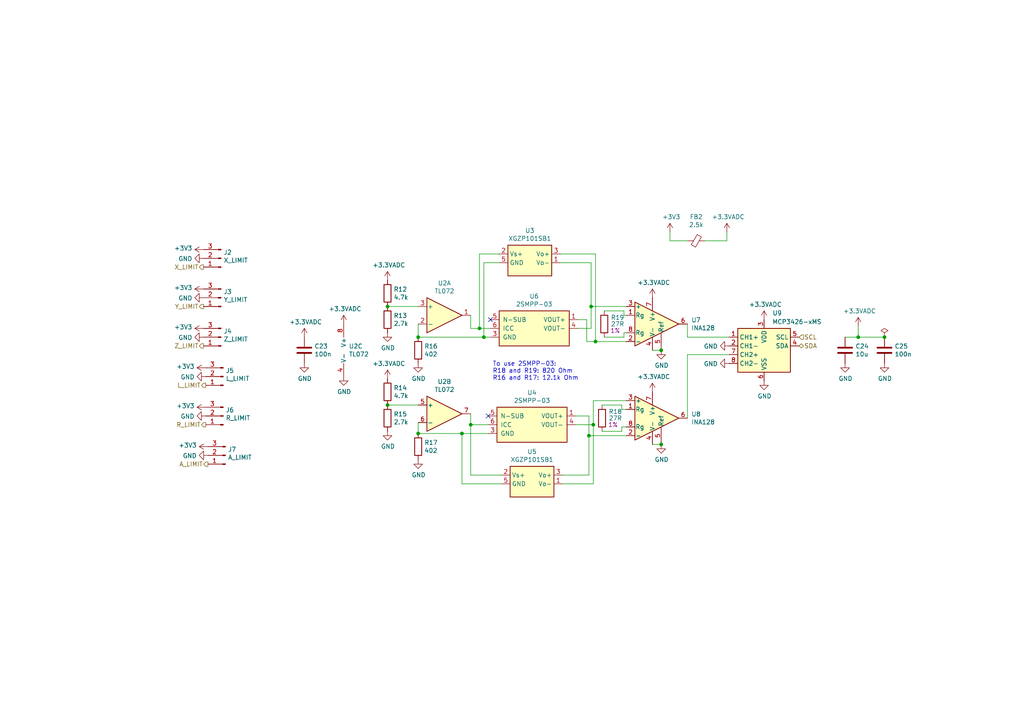
<source format=kicad_sch>
(kicad_sch (version 20211123) (generator eeschema)
  (paper "A4")
  (title_block (title "Index Mobo") (date "2021-02-19") (rev "003"))
  (lib_symbols
    (symbol "Amplifier_Instrumentation:INA128" (pin_names (offset 0.127))
      (property "Reference" "U" (at 3.81 3.175 0))
      (property "Value" "INA128" (at 3.81 -3.175 0))
      (symbol "INA128_0_1"
        (polyline (pts (xy 7.62 0) (xy -5.08 6.35) (xy -5.08 -6.35) (xy 7.62 0)) (stroke (width 0.254)) (fill (type background)))
      )
      (symbol "INA128_1_1"
        (pin passive line (at -7.62 2.54 0) (length 2.54) (name "Rg") (number "1"))
        (pin input line (at -7.62 -5.08 0) (length 2.54) (name "-") (number "2"))
        (pin input line (at -7.62 5.08 0) (length 2.54) (name "+") (number "3"))
        (pin power_in line (at 0 -7.62 90) (length 3.81) (name "V-") (number "4"))
        (pin input line (at 2.54 -7.62 90) (length 5.08) (name "Ref") (number "5"))
        (pin output line (at 10.16 0 180) (length 2.54) (name "~") (number "6"))
        (pin power_in line (at 0 7.62 270) (length 3.81) (name "V+") (number "7"))
        (pin passive line (at -7.62 -2.54 0) (length 2.54) (name "Rg") (number "8"))
      )
    )
    (symbol "Amplifier_Operational:TL072" (pin_names (offset 0.127))
      (property "Reference" "U" (at 0 5.08 0))
      (property "Value" "TL072" (at 0 -5.08 0))
      (symbol "TL072_1_1"
        (polyline (pts (xy -5.08 5.08) (xy 5.08 0) (xy -5.08 -5.08) (xy -5.08 5.08)) (stroke (width 0.254)) (fill (type background)))
        (pin output line (at 7.62 0 180) (length 2.54) (name "~") (number "1"))
        (pin input line (at -7.62 -2.54 0) (length 2.54) (name "-") (number "2"))
        (pin input line (at -7.62 2.54 0) (length 2.54) (name "+") (number "3"))
      )
      (symbol "TL072_2_1"
        (polyline (pts (xy -5.08 5.08) (xy 5.08 0) (xy -5.08 -5.08) (xy -5.08 5.08)) (stroke (width 0.254)) (fill (type background)))
        (pin input line (at -7.62 2.54 0) (length 2.54) (name "+") (number "5"))
        (pin input line (at -7.62 -2.54 0) (length 2.54) (name "-") (number "6"))
        (pin output line (at 7.62 0 180) (length 2.54) (name "~") (number "7"))
      )
      (symbol "TL072_3_1"
        (pin power_in line (at -2.54 -7.62 90) (length 3.81) (name "V-") (number "4"))
        (pin power_in line (at -2.54 7.62 270) (length 3.81) (name "V+") (number "8"))
      )
    )
    (symbol "Analog_ADC:MCP3426-xMS"
      (property "Reference" "U" (at -3.81 8.89 0))
      (property "Value" "MCP3426-xMS" (at 2.54 8.89 0))
      (symbol "MCP3426-xMS_0_1"
        (rectangle (start -7.62 7.62) (end 7.62 -5.08) (stroke (width 0.254)) (fill (type background)))
      )
      (symbol "MCP3426-xMS_1_1"
        (pin input line (at -10.16 5.08 0) (length 2.54) (name "CH1+") (number "1"))
        (pin input line (at -10.16 2.54 0) (length 2.54) (name "CH1-") (number "2"))
        (pin power_in line (at 0 10.16 270) (length 2.54) (name "VDD") (number "3"))
        (pin bidirectional line (at 10.16 2.54 180) (length 2.54) (name "SDA") (number "4"))
        (pin input line (at 10.16 5.08 180) (length 2.54) (name "SCL") (number "5"))
        (pin power_in line (at 0 -7.62 90) (length 2.54) (name "VSS") (number "6"))
        (pin input line (at -10.16 0 0) (length 2.54) (name "CH2+") (number "7"))
        (pin input line (at -10.16 -2.54 0) (length 2.54) (name "CH2-") (number "8"))
      )
    )
    (symbol "Connector:Conn_01x03_Male" (pin_names (offset 1.016) hide)
      (property "Reference" "J" (at 0 5.08 0))
      (property "Value" "Conn_01x03_Male" (at 0 -5.08 0))
      (symbol "Conn_01x03_Male_1_1"
        (polyline (pts (xy 1.27 -2.54) (xy 0.8636 -2.54)) (stroke (width 0.1524)))
        (polyline (pts (xy 1.27 0) (xy 0.8636 0)) (stroke (width 0.1524)))
        (polyline (pts (xy 1.27 2.54) (xy 0.8636 2.54)) (stroke (width 0.1524)))
        (rectangle (start 0.8636 -2.413) (end 0 -2.667) (stroke (width 0.1524)) (fill (type outline)))
        (rectangle (start 0.8636 0.127) (end 0 -0.127) (stroke (width 0.1524)) (fill (type outline)))
        (rectangle (start 0.8636 2.667) (end 0 2.413) (stroke (width 0.1524)) (fill (type outline)))
        (pin passive line (at 5.08 2.54 180) (length 3.81) (name "Pin_1") (number "1"))
        (pin passive line (at 5.08 0 180) (length 3.81) (name "Pin_2") (number "2"))
        (pin passive line (at 5.08 -2.54 180) (length 3.81) (name "Pin_3") (number "3"))
      )
    )
    (symbol "Device:C" (pin_numbers hide) (pin_names (offset 0.254))
      (property "Reference" "C" (at 0.635 2.54 0))
      (property "Value" "C" (at 0.635 -2.54 0))
      (symbol "C_0_1"
        (polyline (pts (xy -2.032 -0.762) (xy 2.032 -0.762)) (stroke (width 0.508)))
        (polyline (pts (xy -2.032 0.762) (xy 2.032 0.762)) (stroke (width 0.508)))
      )
      (symbol "C_1_1"
        (pin passive line (at 0 3.81 270) (length 2.794) (name "~") (number "1"))
        (pin passive line (at 0 -3.81 90) (length 2.794) (name "~") (number "2"))
      )
    )
    (symbol "Device:FerriteBead_Small" (pin_numbers hide) (pin_names (offset 0))
      (property "Reference" "FB" (at 1.905 1.27 0))
      (property "Value" "FerriteBead_Small" (at 1.905 -1.27 0))
      (symbol "FerriteBead_Small_0_1"
        (polyline (pts (xy 0 -1.27) (xy 0 -0.7874)))
        (polyline (pts (xy 0 0.889) (xy 0 1.2954)))
        (polyline (pts (xy -1.8288 0.2794) (xy -1.1176 1.4986) (xy 1.8288 -0.2032) (xy 1.1176 -1.4224) (xy -1.8288 0.2794)))
      )
      (symbol "FerriteBead_Small_1_1"
        (pin passive line (at 0 2.54 270) (length 1.27) (name "~") (number "1"))
        (pin passive line (at 0 -2.54 90) (length 1.27) (name "~") (number "2"))
      )
    )
    (symbol "Device:R" (pin_numbers hide) (pin_names (offset 0))
      (property "Reference" "R" (at 2.032 0 90))
      (property "Value" "R" (at 0 0 90))
      (symbol "R_0_1"
        (rectangle (start -1.016 -2.54) (end 1.016 2.54) (stroke (width 0.254)))
      )
      (symbol "R_1_1"
        (pin passive line (at 0 3.81 270) (length 1.27) (name "~") (number "1"))
        (pin passive line (at 0 -3.81 90) (length 1.27) (name "~") (number "2"))
      )
    )
    (symbol "index:2SMPP-03" (pin_names (offset 1.016))
      (property "Reference" "U" (at -8.89 6.35 0))
      (property "Value" "2SMPP-03" (at 5.08 7.62 0))
      (symbol "2SMPP-03_0_1"
        (rectangle (start -10.16 5.08) (end 10.16 -5.08) (stroke (width 0.254)) (fill (type background)))
      )
      (symbol "2SMPP-03_1_1"
        (pin output line (at 12.7 2.54 180) (length 2.54) (name "VOUT+") (number "1"))
        (pin no_connect line (at -10.16 -2.54 0) (length 2.54) hide (name "NC") (number "2"))
        (pin passive line (at -12.7 -2.54 0) (length 2.54) (name "GND") (number "3"))
        (pin output line (at 12.7 0 180) (length 2.54) (name "VOUT-") (number "4"))
        (pin passive line (at -12.7 2.54 0) (length 2.54) (name "N-SUB") (number "5"))
        (pin passive line (at -12.7 0 0) (length 2.54) (name "ICC") (number "6"))
      )
    )
    (symbol "index:XGZP"
      (property "Reference" "U" (at 3.81 -8.89 0))
      (property "Value" "XGZP" (at 5.08 -6.35 0))
      (symbol "XGZP_0_1"
        (rectangle (start -6.35 5.08) (end 6.35 -3.81) (stroke (width 0.254)) (fill (type background)))
      )
      (symbol "XGZP_1_1"
        (pin passive line (at 8.89 0 180) (length 2.54) (name "Vo-") (number "1"))
        (pin input line (at -8.89 2.54 0) (length 2.54) (name "Vs+") (number "2"))
        (pin passive line (at 8.89 2.54 180) (length 2.54) (name "Vo+") (number "3"))
        (pin input line (at -8.89 0 0) (length 2.54) (name "GND") (number "5"))
        (pin passive line (at 8.89 0 180) (length 2.54) hide (name "Vo-") (number "6"))
      )
    )
    (symbol "power:+3.3V" (power) (pin_names (offset 0))
      (property "Value" "+3.3V" (at 0 3.556 0))
      (symbol "+3.3V_0_1"
        (polyline (pts (xy -0.762 1.27) (xy 0 2.54)))
        (polyline (pts (xy 0 0) (xy 0 2.54)))
        (polyline (pts (xy 0 2.54) (xy 0.762 1.27)))
      )
      (symbol "+3.3V_1_1"
        (pin power_in line (at 0 0 90) (length 0) hide (name "+3V3") (number "1"))
      )
    )
    (symbol "power:+3.3VADC" (power) (pin_names (offset 0))
      (property "Value" "+3.3VADC" (at 0 2.54 0))
      (symbol "+3.3VADC_0_0"
        (pin power_in line (at 0 0 90) (length 0) hide (name "+3.3VADC") (number "1"))
      )
      (symbol "+3.3VADC_0_1"
        (polyline (pts (xy -0.762 1.27) (xy 0 2.54)))
        (polyline (pts (xy 0 0) (xy 0 2.54)))
        (polyline (pts (xy 0 2.54) (xy 0.762 1.27)))
      )
    )
    (symbol "power:GND" (power) (pin_names (offset 0))
      (property "Value" "GND" (at 0 -3.81 0))
      (symbol "GND_0_1"
        (polyline (pts (xy 0 0) (xy 0 -1.27) (xy 1.27 -1.27) (xy 0 -2.54) (xy -1.27 -1.27) (xy 0 -1.27)))
      )
      (symbol "GND_1_1"
        (pin power_in line (at 0 0 270) (length 0) hide (name "GND") (number "1"))
      )
    )
    (symbol "power:PWR_FLAG" (power) (pin_numbers hide) (pin_names (offset 0) hide)
      (property "Value" "PWR_FLAG" (at 0 3.81 0))
      (symbol "PWR_FLAG_0_0"
        (pin power_out line (at 0 0 90) (length 0) (name "pwr") (number "1"))
      )
      (symbol "PWR_FLAG_0_1"
        (polyline (pts (xy 0 0) (xy 0 1.27) (xy -1.016 1.905) (xy 0 2.54) (xy 1.016 1.905) (xy 0 1.27)))
      )
    )
  )
  (junction (at 248.92 97.79))
  (junction (at 256.54 97.79))
  (junction (at 170.815 126.365))
  (junction (at 191.77 101.6))
  (junction (at 136.525 123.19))
  (junction (at 133.985 125.73))
  (junction (at 171.45 88.9))
  (junction (at 121.285 125.73))
  (junction (at 140.335 97.79))
  (junction (at 191.77 128.905))
  (junction (at 112.395 88.9))
  (junction (at 112.395 117.475))
  (junction (at 172.72 99.06))
  (junction (at 139.065 95.25))
  (junction (at 172.085 123.19))
  (junction (at 121.285 97.79))
  (no_connect (at 141.605 120.65))
  (no_connect (at 142.24 92.71))
  (wire (pts (xy 180.975 91.44) (xy 181.61 91.44)))
  (wire (pts (xy 171.45 95.25) (xy 171.45 88.9)))
  (wire (pts (xy 245.11 97.79) (xy 248.92 97.79)))
  (wire (pts (xy 170.815 120.65) (xy 170.815 126.365)))
  (wire (pts (xy 174.625 117.475) (xy 180.34 117.475)))
  (wire (pts (xy 170.815 126.365) (xy 181.61 126.365)))
  (wire (pts (xy 136.525 91.44) (xy 136.525 95.25)))
  (wire (pts (xy 140.335 76.2) (xy 140.335 97.79)))
  (wire (pts (xy 211.455 102.87) (xy 199.39 102.87)))
  (wire (pts (xy 180.975 96.52) (xy 181.61 96.52)))
  (wire (pts (xy 170.18 99.06) (xy 172.72 99.06)))
  (wire (pts (xy 180.975 90.17) (xy 180.975 91.44)))
  (wire (pts (xy 248.92 97.79) (xy 256.54 97.79)))
  (wire (pts (xy 172.72 99.06) (xy 181.61 99.06)))
  (wire (pts (xy 163.195 137.795) (xy 170.815 137.795)))
  (wire (pts (xy 172.085 116.205) (xy 181.61 116.205)))
  (wire (pts (xy 199.39 121.285) (xy 199.39 102.87)))
  (wire (pts (xy 194.31 67.31) (xy 194.31 69.85)))
  (wire (pts (xy 139.065 73.66) (xy 139.065 95.25)))
  (wire (pts (xy 191.77 128.905) (xy 189.23 128.905)))
  (wire (pts (xy 133.985 140.335) (xy 133.985 125.73)))
  (wire (pts (xy 170.18 92.71) (xy 170.18 99.06)))
  (wire (pts (xy 167.64 95.25) (xy 171.45 95.25)))
  (wire (pts (xy 191.77 101.6) (xy 189.23 101.6)))
  (wire (pts (xy 180.34 117.475) (xy 180.34 118.745)))
  (wire (pts (xy 162.56 76.2) (xy 171.45 76.2)))
  (wire (pts (xy 170.815 137.795) (xy 170.815 126.365)))
  (wire (pts (xy 180.34 123.825) (xy 180.34 125.095)))
  (wire (pts (xy 142.24 97.79) (xy 140.335 97.79)))
  (wire (pts (xy 162.56 73.66) (xy 172.72 73.66)))
  (wire (pts (xy 175.26 90.17) (xy 180.975 90.17)))
  (wire (pts (xy 210.82 69.85) (xy 204.47 69.85)))
  (wire (pts (xy 133.985 125.73) (xy 141.605 125.73)))
  (wire (pts (xy 180.34 125.095) (xy 174.625 125.095)))
  (wire (pts (xy 136.525 95.25) (xy 139.065 95.25)))
  (wire (pts (xy 121.285 125.73) (xy 121.285 122.555)))
  (wire (pts (xy 167.64 92.71) (xy 170.18 92.71)))
  (wire (pts (xy 121.285 88.9) (xy 112.395 88.9)))
  (wire (pts (xy 211.455 97.79) (xy 199.39 97.79)))
  (wire (pts (xy 139.065 73.66) (xy 144.78 73.66)))
  (wire (pts (xy 140.335 97.79) (xy 121.285 97.79)))
  (wire (pts (xy 167.005 123.19) (xy 172.085 123.19)))
  (wire (pts (xy 180.34 118.745) (xy 181.61 118.745)))
  (wire (pts (xy 136.525 137.795) (xy 136.525 123.19)))
  (wire (pts (xy 145.415 137.795) (xy 136.525 137.795)))
  (wire (pts (xy 194.31 69.85) (xy 199.39 69.85)))
  (wire (pts (xy 199.39 93.98) (xy 199.39 97.79)))
  (wire (pts (xy 172.085 123.19) (xy 172.085 116.205)))
  (wire (pts (xy 139.065 95.25) (xy 142.24 95.25)))
  (wire (pts (xy 248.92 94.615) (xy 248.92 97.79)))
  (wire (pts (xy 180.34 123.825) (xy 181.61 123.825)))
  (wire (pts (xy 136.525 123.19) (xy 141.605 123.19)))
  (wire (pts (xy 167.005 120.65) (xy 170.815 120.65)))
  (wire (pts (xy 180.975 96.52) (xy 180.975 97.79)))
  (wire (pts (xy 210.82 67.31) (xy 210.82 69.85)))
  (wire (pts (xy 172.085 140.335) (xy 172.085 123.19)))
  (wire (pts (xy 171.45 76.2) (xy 171.45 88.9)))
  (wire (pts (xy 171.45 88.9) (xy 181.61 88.9)))
  (wire (pts (xy 145.415 140.335) (xy 133.985 140.335)))
  (wire (pts (xy 121.285 125.73) (xy 133.985 125.73)))
  (wire (pts (xy 121.285 93.98) (xy 121.285 97.79)))
  (wire (pts (xy 172.72 73.66) (xy 172.72 99.06)))
  (wire (pts (xy 180.975 97.79) (xy 175.26 97.79)))
  (wire (pts (xy 140.335 76.2) (xy 144.78 76.2)))
  (wire (pts (xy 163.195 140.335) (xy 172.085 140.335)))
  (wire (pts (xy 136.525 120.015) (xy 136.525 123.19)))
  (wire (pts (xy 121.285 117.475) (xy 112.395 117.475)))
  (text "To use 2SMPP-03:\nR18 and R19: 820 Ohm\nR16 and R17: 12.1k Ohm" (at 142.875 110.49 0) (effects (font (size 1.27 1.27)) (justify left bottom)))
  (hierarchical_label "Y_LIMIT" (shape output) (at 59.055 88.9 180))
  (hierarchical_label "SDA" (shape bidirectional) (at 231.775 100.33 0))
  (hierarchical_label "A_LIMIT" (shape output) (at 60.325 134.62 180))
  (hierarchical_label "Z_LIMIT" (shape output) (at 59.055 100.33 180))
  (hierarchical_label "SCL" (shape input) (at 231.775 97.79 0))
  (hierarchical_label "R_LIMIT" (shape output) (at 59.69 123.19 180))
  (hierarchical_label "L_LIMIT" (shape output) (at 59.69 111.76 180))
  (hierarchical_label "X_LIMIT" (shape output) (at 59.055 77.47 180))
  (symbol (lib_id "Connector:Conn_01x03_Male") (at 64.135 74.93 180) (unit 1)
    (property "Reference" "J2" (at 64.8462 73.2028 0) (effects (justify right)))
    (property "Value" "X_LIMIT" (at 64.8462 75.5142 0) (effects (justify right)))
    (property "Footprint" "Connector_JST:JST_XH_B3B-XH-A_1x03_P2.50mm_Vertical" (effects hide))
    (property "LCSC" "C2316" (effects hide))
    (property "JLCPCB" "C2316" (effects hide))
    (property "Digikey" "455-2248-ND" (effects hide))
  )
  (symbol (lib_id "Connector:Conn_01x03_Male") (at 64.135 86.36 180) (unit 1)
    (property "Reference" "J3" (at 64.8462 84.6328 0) (effects (justify right)))
    (property "Value" "Y_LIMIT" (at 64.8462 86.9442 0) (effects (justify right)))
    (property "Footprint" "Connector_JST:JST_XH_B3B-XH-A_1x03_P2.50mm_Vertical" (effects hide))
    (property "LCSC" "C2316" (effects hide))
    (property "JLCPCB" "C2316" (effects hide))
    (property "Digikey" "455-2248-ND" (effects hide))
  )
  (symbol (lib_id "Connector:Conn_01x03_Male") (at 64.135 97.79 180) (unit 1)
    (property "Reference" "J4" (at 64.8462 96.0628 0) (effects (justify right)))
    (property "Value" "Z_LIMIT" (at 64.8462 98.3742 0) (effects (justify right)))
    (property "Footprint" "Connector_JST:JST_XH_B3B-XH-A_1x03_P2.50mm_Vertical" (effects hide))
    (property "LCSC" "C2316" (effects hide))
    (property "JLCPCB" "C2316" (effects hide))
    (property "Digikey" "455-2248-ND" (effects hide))
  )
  (symbol (lib_id "Connector:Conn_01x03_Male") (at 64.77 109.22 180) (unit 1)
    (property "Reference" "J5" (at 65.4812 107.4928 0) (effects (justify right)))
    (property "Value" "L_LIMIT" (at 65.4812 109.8042 0) (effects (justify right)))
    (property "Footprint" "Connector_JST:JST_XH_B3B-XH-A_1x03_P2.50mm_Vertical" (effects hide))
    (property "LCSC" "C2316" (effects hide))
    (property "JLCPCB" "C2316" (effects hide))
    (property "Digikey" "455-2248-ND" (effects hide))
  )
  (symbol (lib_id "power:GND") (at 112.395 125.095 0) (unit 1)
    (property "Reference" "#PWR0102" (effects hide))
    (property "Value" "GND" (at 112.522 129.4892 0))
  )
  (symbol (lib_id "index:2SMPP-03") (at 154.305 123.19 0) (unit 1)
    (property "Reference" "U4" (at 154.305 113.8682 0))
    (property "Value" "2SMPP-03" (at 154.305 116.1796 0))
    (property "Footprint" "index:2SMPP-03" (effects hide))
    (property "Datasheet" "https://omronfs.omron.com/en_US/ecb/products/pdf/en-2smpp-03.pdf" (effects hide))
    (property "Mouser" "653-2SMPP-03" (effects hide))
    (property "Config" "+2SMPP" (effects hide))
    (property "Digikey" "Z3639-ND" (effects hide))
  )
  (symbol (lib_id "Amplifier_Instrumentation:INA128") (at 189.23 93.98 0) (unit 1)
    (property "Reference" "U7" (at 200.5076 92.8116 0) (effects (justify left)))
    (property "Value" "INA128" (at 200.5076 95.123 0) (effects (justify left)))
    (property "Footprint" "Package_SO:SOIC-8_3.9x4.9mm_P1.27mm" (effects hide))
    (property "Datasheet" "http://www.ti.com/lit/ds/symlink/ina128.pdf" (effects hide))
    (property "JLCPCB" "C22233" (effects hide))
    (property "LCSC" "C22233" (effects hide))
    (property "Digikey" "296-26057-1-ND" (effects hide))
    (property "Mouser" "595-INA128U/2K5" (effects hide))
  )
  (symbol (lib_id "power:+3.3V") (at 59.055 72.39 90) (unit 1)
    (property "Reference" "#PWR083" (effects hide))
    (property "Value" "+3.3V" (at 55.8038 72.009 90) (effects (justify left)))
  )
  (symbol (lib_id "power:+3.3V") (at 59.055 83.82 90) (unit 1)
    (property "Reference" "#PWR085" (effects hide))
    (property "Value" "+3.3V" (at 55.8038 83.439 90) (effects (justify left)))
  )
  (symbol (lib_id "power:GND") (at 59.055 74.93 270) (unit 1)
    (property "Reference" "#PWR084" (effects hide))
    (property "Value" "GND" (at 55.8038 75.057 90) (effects (justify right)))
  )
  (symbol (lib_id "power:GND") (at 59.055 86.36 270) (unit 1)
    (property "Reference" "#PWR086" (effects hide))
    (property "Value" "GND" (at 55.8038 86.487 90) (effects (justify right)))
  )
  (symbol (lib_id "power:GND") (at 191.77 101.6 0) (unit 1)
    (property "Reference" "#PWR0107" (effects hide))
    (property "Value" "GND" (at 191.897 105.9942 0))
  )
  (symbol (lib_id "power:GND") (at 59.055 97.79 270) (unit 1)
    (property "Reference" "#PWR088" (effects hide))
    (property "Value" "GND" (at 55.8038 97.917 90) (effects (justify right)))
  )
  (symbol (lib_id "power:+3.3V") (at 59.055 95.25 90) (unit 1)
    (property "Reference" "#PWR087" (effects hide))
    (property "Value" "+3.3V" (at 55.8038 94.869 90) (effects (justify left)))
  )
  (symbol (lib_id "power:+3.3VADC") (at 248.92 94.615 0) (unit 1)
    (property "Reference" "#PWR0116" (effects hide))
    (property "Value" "+3.3VADC" (at 249.301 90.2208 0))
  )
  (symbol (lib_id "Device:FerriteBead_Small") (at 201.93 69.85 270) (unit 1)
    (property "Reference" "FB2" (at 201.93 62.8904 90))
    (property "Value" "2.5k" (at 201.93 65.2018 90))
    (property "Footprint" "Inductor_SMD:L_0805_2012Metric" (effects hide))
    (property "LCSC" "C316257" (effects hide))
    (property "JLCPCB" "C1017" (effects hide))
  )
  (symbol (lib_id "power:GND") (at 59.69 109.22 270) (unit 1)
    (property "Reference" "#PWR090" (effects hide))
    (property "Value" "GND" (at 56.4388 109.347 90) (effects (justify right)))
  )
  (symbol (lib_id "power:+3.3V") (at 59.69 106.68 90) (unit 1)
    (property "Reference" "#PWR089" (effects hide))
    (property "Value" "+3.3V" (at 56.4388 106.299 90) (effects (justify left)))
  )
  (symbol (lib_id "power:+3.3VADC") (at 221.615 92.71 0) (unit 1)
    (property "Reference" "#PWR0113" (effects hide))
    (property "Value" "+3.3VADC" (at 221.996 88.3158 0))
  )
  (symbol (lib_id "power:+3.3V") (at 194.31 67.31 0) (unit 1)
    (property "Reference" "#PWR0109" (effects hide))
    (property "Value" "+3.3V" (at 194.691 62.9158 0))
  )
  (symbol (lib_id "power:+3.3VADC") (at 189.23 86.36 0) (unit 1)
    (property "Reference" "#PWR0105" (effects hide))
    (property "Value" "+3.3VADC" (at 189.611 81.9658 0))
  )
  (symbol (lib_id "Amplifier_Instrumentation:INA128") (at 189.23 121.285 0) (unit 1)
    (property "Reference" "U8" (at 200.5076 120.1166 0) (effects (justify left)))
    (property "Value" "INA128" (at 200.5076 122.428 0) (effects (justify left)))
    (property "Footprint" "Package_SO:SOIC-8_3.9x4.9mm_P1.27mm" (effects hide))
    (property "Datasheet" "http://www.ti.com/lit/ds/symlink/ina128.pdf" (effects hide))
    (property "JLCPCB" "C22233" (effects hide))
    (property "LCSC" "C22233" (effects hide))
    (property "Digikey" "296-26057-1-ND" (effects hide))
    (property "Mouser" "595-INA128U/2K5" (effects hide))
  )
  (symbol (lib_id "power:GND") (at 191.77 128.905 0) (unit 1)
    (property "Reference" "#PWR0108" (effects hide))
    (property "Value" "GND" (at 191.897 133.2992 0))
  )
  (symbol (lib_id "power:+3.3VADC") (at 189.23 113.665 0) (unit 1)
    (property "Reference" "#PWR0106" (effects hide))
    (property "Value" "+3.3VADC" (at 189.611 109.2708 0))
  )
  (symbol (lib_id "power:PWR_FLAG") (at 256.54 97.79 0) (unit 1)
    (property "Reference" "#FLG022" (effects hide))
    (property "Value" "PWR_FLAG" (effects hide))
  )
  (symbol (lib_id "power:+3.3VADC") (at 112.395 109.855 0) (unit 1)
    (property "Reference" "#PWR0101" (effects hide))
    (property "Value" "+3.3VADC" (at 112.776 105.4608 0))
  )
  (symbol (lib_id "Device:R") (at 112.395 92.71 0) (unit 1)
    (property "Reference" "R13" (at 114.173 91.5416 0) (effects (justify left)))
    (property "Value" "2.7k" (at 114.173 93.853 0) (effects (justify left)))
    (property "Footprint" "Resistor_SMD:R_0805_2012Metric" (effects hide))
    (property "Digikey" "A129754CT-ND" (effects hide))
    (property "JLCPCB" "C17530" (effects hide))
    (property "LCSC" "C139909" (effects hide))
    (property "Mouser" "652-CR0805FX-2701ELF" (effects hide))
    (property "Notes" "1%" (effects hide))
  )
  (symbol (lib_id "Device:R") (at 112.395 85.09 0) (unit 1)
    (property "Reference" "R12" (at 114.173 83.9216 0) (effects (justify left)))
    (property "Value" "4.7k" (at 114.173 86.233 0) (effects (justify left)))
    (property "Footprint" "Resistor_SMD:R_0805_2012Metric" (effects hide))
    (property "Digikey" "A129757CT-ND" (effects hide))
    (property "JLCPCB" "C17673" (effects hide))
    (property "LCSC" "C17673" (effects hide))
    (property "Mouser" "71-CRCW08054K70FKEAC" (effects hide))
    (property "Notes" "1%" (effects hide))
  )
  (symbol (lib_id "Device:R") (at 112.395 113.665 0) (unit 1)
    (property "Reference" "R14" (at 114.173 112.4966 0) (effects (justify left)))
    (property "Value" "4.7k" (at 114.173 114.808 0) (effects (justify left)))
    (property "Footprint" "Resistor_SMD:R_0805_2012Metric" (effects hide))
    (property "Digikey" "A129757CT-ND" (effects hide))
    (property "JLCPCB" "C17673" (effects hide))
    (property "LCSC" "C17673" (effects hide))
    (property "Mouser" "71-CRCW08054K70FKEAC" (effects hide))
    (property "Notes" "1%" (effects hide))
  )
  (symbol (lib_id "power:GND") (at 211.455 105.41 270) (unit 1)
    (property "Reference" "#PWR0112" (effects hide))
    (property "Value" "GND" (at 208.2038 105.537 90) (effects (justify right)))
  )
  (symbol (lib_id "power:GND") (at 211.455 100.33 270) (unit 1)
    (property "Reference" "#PWR0111" (effects hide))
    (property "Value" "GND" (at 208.2038 100.457 90) (effects (justify right)))
  )
  (symbol (lib_id "power:+3.3VADC") (at 99.695 93.98 0) (unit 1)
    (property "Reference" "#PWR097" (effects hide))
    (property "Value" "+3.3VADC" (at 100.076 89.5858 0))
  )
  (symbol (lib_id "Device:R") (at 112.395 121.285 0) (unit 1)
    (property "Reference" "R15" (at 114.173 120.1166 0) (effects (justify left)))
    (property "Value" "2.7k" (at 114.173 122.428 0) (effects (justify left)))
    (property "Footprint" "Resistor_SMD:R_0805_2012Metric" (effects hide))
    (property "Digikey" "A129754CT-ND" (effects hide))
    (property "JLCPCB" "C17530" (effects hide))
    (property "LCSC" "C139909" (effects hide))
    (property "Mouser" "652-CR0805FX-2701ELF" (effects hide))
    (property "Notes" "1%" (effects hide))
  )
  (symbol (lib_id "Amplifier_Operational:TL072") (at 128.905 91.44 0) (unit 1)
    (property "Reference" "U2" (at 128.905 82.1182 0))
    (property "Value" "TL072" (at 128.905 84.4296 0))
    (property "Footprint" "Package_SO:SOIC-8_3.9x4.9mm_P1.27mm" (effects hide))
    (property "Datasheet" "http://www.ti.com/lit/ds/symlink/tl071.pdf" (effects hide))
    (property "LCSC" "C6962" (effects hide))
    (property "Digikey" "296-7194-1-ND" (effects hide))
    (property "JLCPCB" "C6962" (effects hide))
    (property "Mouser" "595-TL072IDR" (effects hide))
  )
  (symbol (lib_id "Amplifier_Operational:TL072") (at 128.905 120.015 0) (unit 2)
    (property "Reference" "U2" (at 128.905 110.6932 0))
    (property "Value" "TL072" (at 128.905 113.0046 0))
    (property "Footprint" "Package_SO:SOIC-8_3.9x4.9mm_P1.27mm" (effects hide))
    (property "Datasheet" "http://www.ti.com/lit/ds/symlink/tl071.pdf" (effects hide))
    (property "LCSC" "C6962" (effects hide))
    (property "Digikey" "296-7194-1-ND" (effects hide))
    (property "JLCPCB" "C6962" (effects hide))
    (property "Mouser" "595-TL072IDR" (effects hide))
  )
  (symbol (lib_id "Amplifier_Operational:TL072") (at 102.235 101.6 0) (unit 3)
    (property "Reference" "U2" (at 101.1682 100.4316 0) (effects (justify left)))
    (property "Value" "TL072" (at 101.1682 102.743 0) (effects (justify left)))
    (property "Footprint" "Package_SO:SOIC-8_3.9x4.9mm_P1.27mm" (effects hide))
    (property "Datasheet" "http://www.ti.com/lit/ds/symlink/tl071.pdf" (effects hide))
    (property "LCSC" "C6962" (effects hide))
    (property "Digikey" "296-7194-1-ND" (effects hide))
    (property "JLCPCB" "C6962" (effects hide))
    (property "Mouser" "595-TL072IDR" (effects hide))
  )
  (symbol (lib_id "index:XGZP") (at 153.67 76.2 0) (unit 1)
    (property "Reference" "U3" (at 153.67 66.8782 0))
    (property "Value" "XGZP101SB1" (at 153.67 69.1896 0))
    (property "Footprint" "index:SO-6_7x7mm_P2.54mm" (effects hide))
    (property "Datasheet" "http://m.eleparts.co.kr/data/goods_old/data/XGZP_SOP6.pdf" (effects hide))
    (property "Config" "-2SMPP" (effects hide))
  )
  (symbol (lib_id "power:GND") (at 121.285 133.35 0) (unit 1)
    (property "Reference" "#PWR0104" (effects hide))
    (property "Value" "GND" (at 121.412 137.7442 0))
  )
  (symbol (lib_id "Device:R") (at 121.285 101.6 0) (unit 1)
    (property "Reference" "R16" (at 123.063 100.4316 0) (effects (justify left)))
    (property "Value" "402" (at 123.063 102.743 0) (effects (justify left)))
    (property "Footprint" "Resistor_SMD:R_0805_2012Metric" (effects hide))
    (property "LCSC" "C204479" (effects hide))
    (property "Notes" "1%" (effects hide))
    (property "2SMPP:Digikey" "TBD" (effects hide))
    (property "2SMPP:JLCPCB" "TBD" (effects hide))
    (property "2SMPP:LCSC" "TBD" (effects hide))
    (property "2SMPP:Mouser" "TBD" (effects hide))
    (property "2SMPP:Value" "12.1k" (effects hide))
  )
  (symbol (lib_id "power:GND") (at 121.285 105.41 0) (unit 1)
    (property "Reference" "#PWR0103" (effects hide))
    (property "Value" "GND" (at 121.412 109.8042 0))
  )
  (symbol (lib_id "power:GND") (at 112.395 96.52 0) (unit 1)
    (property "Reference" "#PWR0100" (effects hide))
    (property "Value" "GND" (at 112.522 100.9142 0))
  )
  (symbol (lib_id "power:+3.3VADC") (at 112.395 81.28 0) (unit 1)
    (property "Reference" "#PWR099" (effects hide))
    (property "Value" "+3.3VADC" (at 112.776 76.8858 0))
  )
  (symbol (lib_id "index:XGZP") (at 154.305 140.335 0) (unit 1)
    (property "Reference" "U5" (at 154.305 131.0132 0))
    (property "Value" "XGZP101SB1" (at 154.305 133.3246 0))
    (property "Footprint" "index:SO-6_7x7mm_P2.54mm" (effects hide))
    (property "Datasheet" "http://m.eleparts.co.kr/data/goods_old/data/XGZP_SOP6.pdf" (effects hide))
    (property "Config" "-2SMPP" (effects hide))
  )
  (symbol (lib_id "power:GND") (at 99.695 109.22 0) (unit 1)
    (property "Reference" "#PWR098" (effects hide))
    (property "Value" "GND" (at 99.822 113.6142 0))
  )
  (symbol (lib_id "Device:C") (at 256.54 101.6 0) (unit 1)
    (property "Reference" "C25" (at 259.461 100.4316 0) (effects (justify left)))
    (property "Value" "100n" (at 259.461 102.743 0) (effects (justify left)))
    (property "Footprint" "Capacitor_SMD:C_0805_2012Metric" (effects hide))
    (property "JLCPCB" "C49678" (effects hide))
    (property "LCSC" "C360619" (effects hide))
    (property "Mouser" "581-08055C104K" (effects hide))
    (property "Digikey" "1276-1180-1-ND" (effects hide))
  )
  (symbol (lib_id "power:GND") (at 256.54 105.41 0) (unit 1)
    (property "Reference" "#PWR0117" (effects hide))
    (property "Value" "GND" (at 256.667 109.8042 0))
  )
  (symbol (lib_id "power:GND") (at 245.11 105.41 0) (unit 1)
    (property "Reference" "#PWR0115" (effects hide))
    (property "Value" "GND" (at 245.237 109.8042 0))
  )
  (symbol (lib_id "Device:C") (at 245.11 101.6 0) (unit 1)
    (property "Reference" "C24" (at 248.1072 100.4316 0) (effects (justify left)))
    (property "Value" "10u" (at 248.1072 102.743 0) (effects (justify left)))
    (property "Footprint" "Capacitor_SMD:C_0805_2012Metric" (effects hide))
    (property "JLCPCB" "C15850" (effects hide))
    (property "LCSC" "C17024" (effects hide))
    (property "Digikey" "490-18663-1-ND" (effects hide))
    (property "Mouser" "81-GRM21BR61H106KE3L" (effects hide))
  )
  (symbol (lib_id "power:GND") (at 221.615 110.49 0) (unit 1)
    (property "Reference" "#PWR0114" (effects hide))
    (property "Value" "GND" (at 221.742 114.8842 0))
  )
  (symbol (lib_id "Analog_ADC:MCP3426-xMS") (at 221.615 102.87 0) (unit 1)
    (property "Reference" "U9" (at 225.425 90.805 0))
    (property "Value" "MCP3426-xMS" (at 231.14 93.345 0))
    (property "Footprint" "Package_SO:MSOP-8_3x3mm_P0.65mm" (effects hide))
    (property "Datasheet" "http://ww1.microchip.com/downloads/en/DeviceDoc/22226a.pdf" (effects hide))
    (property "LCSC" "C480629" (effects hide))
    (property "JLCPCB" "C480629" (effects hide))
    (property "Digikey" "MCP3426A0T-E/MSCT-ND" (effects hide))
    (property "Mouser" "579-MCP3426A0TE/MS" (effects hide))
  )
  (symbol (lib_id "index:2SMPP-03") (at 154.94 95.25 0) (unit 1)
    (property "Reference" "U6" (at 154.94 85.9282 0))
    (property "Value" "2SMPP-03" (at 154.94 88.2396 0))
    (property "Footprint" "index:2SMPP-03" (effects hide))
    (property "Datasheet" "https://omronfs.omron.com/en_US/ecb/products/pdf/en-2smpp-03.pdf" (effects hide))
    (property "Mouser" "653-2SMPP-03" (effects hide))
    (property "Config" "+2SMPP" (effects hide))
    (property "Digikey" "Z3639-ND" (effects hide))
  )
  (symbol (lib_id "Device:C") (at 88.265 101.6 0) (unit 1)
    (property "Reference" "C23" (at 91.186 100.4316 0) (effects (justify left)))
    (property "Value" "100n" (at 91.186 102.743 0) (effects (justify left)))
    (property "Footprint" "Capacitor_SMD:C_0805_2012Metric" (effects hide))
    (property "JLCPCB" "C49678" (effects hide))
    (property "LCSC" "C360619" (effects hide))
    (property "Mouser" "581-08055C104K" (effects hide))
    (property "Digikey" "1276-1180-1-ND" (effects hide))
  )
  (symbol (lib_id "power:GND") (at 88.265 105.41 0) (unit 1)
    (property "Reference" "#PWR096" (effects hide))
    (property "Value" "GND" (at 88.392 109.8042 0))
  )
  (symbol (lib_id "power:+3.3VADC") (at 88.265 97.79 0) (unit 1)
    (property "Reference" "#PWR095" (effects hide))
    (property "Value" "+3.3VADC" (at 88.646 93.3958 0))
  )
  (symbol (lib_id "Connector:Conn_01x03_Male") (at 64.77 120.65 180) (unit 1)
    (property "Reference" "J6" (at 65.4812 118.9228 0) (effects (justify right)))
    (property "Value" "R_LIMIT" (at 65.4812 121.2342 0) (effects (justify right)))
    (property "Footprint" "Connector_JST:JST_XH_B3B-XH-A_1x03_P2.50mm_Vertical" (effects hide))
    (property "LCSC" "C2316" (effects hide))
    (property "JLCPCB" "C2316" (effects hide))
    (property "Digikey" "455-2248-ND" (effects hide))
  )
  (symbol (lib_id "power:GND") (at 59.69 120.65 270) (unit 1)
    (property "Reference" "#PWR092" (effects hide))
    (property "Value" "GND" (at 56.4388 120.777 90) (effects (justify right)))
  )
  (symbol (lib_id "power:+3.3V") (at 59.69 118.11 90) (unit 1)
    (property "Reference" "#PWR091" (effects hide))
    (property "Value" "+3.3V" (at 56.4388 117.729 90) (effects (justify left)))
  )
  (symbol (lib_id "power:+3.3V") (at 60.325 129.54 90) (unit 1)
    (property "Reference" "#PWR093" (effects hide))
    (property "Value" "+3.3V" (at 57.0738 129.159 90) (effects (justify left)))
  )
  (symbol (lib_id "power:GND") (at 60.325 132.08 270) (unit 1)
    (property "Reference" "#PWR094" (effects hide))
    (property "Value" "GND" (at 57.0738 132.207 90) (effects (justify right)))
  )
  (symbol (lib_id "Connector:Conn_01x03_Male") (at 65.405 132.08 180) (unit 1)
    (property "Reference" "J7" (at 66.1162 130.3528 0) (effects (justify right)))
    (property "Value" "A_LIMIT" (at 66.1162 132.6642 0) (effects (justify right)))
    (property "Footprint" "Connector_JST:JST_XH_B3B-XH-A_1x03_P2.50mm_Vertical" (effects hide))
    (property "LCSC" "C2316" (effects hide))
    (property "JLCPCB" "C2316" (effects hide))
    (property "Digikey" "455-2248-ND" (effects hide))
  )
  (symbol (lib_id "power:+3.3VADC") (at 210.82 67.31 0) (unit 1)
    (property "Reference" "#PWR0110" (effects hide))
    (property "Value" "+3.3VADC" (at 211.201 62.9158 0))
  )
  (symbol (lib_id "Device:R") (at 121.285 129.54 0) (unit 1)
    (property "Reference" "R17" (at 123.063 128.3716 0) (effects (justify left)))
    (property "Value" "402" (at 123.063 130.683 0) (effects (justify left)))
    (property "Footprint" "Resistor_SMD:R_0805_2012Metric" (effects hide))
    (property "LCSC" "C204479" (effects hide))
    (property "Notes" "1%" (effects hide))
    (property "2SMPP:Digikey" "TBD" (effects hide))
    (property "2SMPP:JLCPCB" "TBD" (effects hide))
    (property "2SMPP:LCSC" "TBD" (effects hide))
    (property "2SMPP:Mouser" "TBD" (effects hide))
    (property "2SMPP:Value" "12.1k" (effects hide))
  )
  (symbol (lib_id "Device:R") (at 175.26 93.98 0) (unit 1)
    (property "Reference" "R19" (at 177.165 92.075 0) (effects (justify left)))
    (property "Value" "27R" (at 177.165 93.98 0) (effects (justify left)))
    (property "Footprint" "Resistor_SMD:R_0805_2012Metric" (effects hide))
    (property "Digikey" "A126357CT-ND" (effects hide))
    (property "JLCPCB" "C104170" (effects hide))
    (property "LCSC" "C104170" (effects hide))
    (property "Mouser" "603-RT0805FRE0727RL" (effects hide))
    (property "Notes" "1%" (at 178.435 95.885 0))
    (property "2SMPP:Value" "820" (effects hide))
    (property "2SMPP:LCSC" "TBD" (effects hide))
    (property "2SMPP:Mouser" "TBD" (effects hide))
    (property "2SMPP:Digikey" "TBD" (effects hide))
    (property "2SMPP:JLCPCB" "TBD" (effects hide))
  )
  (symbol (lib_id "Device:R") (at 174.625 121.285 0) (unit 1)
    (property "Reference" "R18" (at 176.53 119.38 0) (effects (justify left)))
    (property "Value" "27R" (at 176.53 121.285 0) (effects (justify left)))
    (property "Footprint" "Resistor_SMD:R_0805_2012Metric" (effects hide))
    (property "Digikey" "A126357CT-ND" (effects hide))
    (property "JLCPCB" "C104170" (effects hide))
    (property "LCSC" "C104170" (effects hide))
    (property "Mouser" "603-RT0805FRE0727RL" (effects hide))
    (property "Notes" "1%" (at 177.8 123.19 0))
    (property "2SMPP:Digikey" "TBD" (effects hide))
    (property "2SMPP:JLCPCB" "TBD" (effects hide))
    (property "2SMPP:LCSC" "TBD" (effects hide))
    (property "2SMPP:Mouser" "TBD" (effects hide))
    (property "2SMPP:Value" "820" (effects hide))
  )
)
</source>
